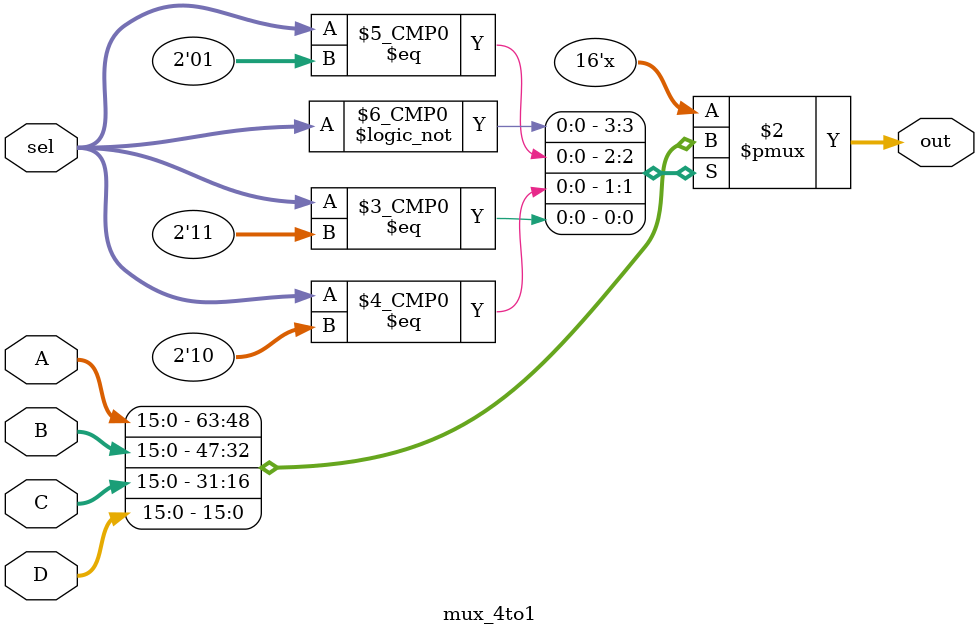
<source format=v>
`timescale 1ns / 1ps


module alu_16bit(A,B,result,opcode,status);

    // Port definitions
    input [15:0] A,B;
    input [1:0] opcode;
    output [15:0] result;
    output [3:0] status; // C, V, Z
    
    parameter add=0, sub=1, mul=2, pow=3;
    
    // Output wires for each operation
    wire C,V,Z,E;
    wire [15:0] add_sub_out;
    wire [15:0] mul_out;
    wire [15:0] pow_out;


    assign Z = (result == 0) ? 1'b1: 1'b0;
    assign status = {C,V,Z,E};
    
    // Addition and subtraction
    add_sub_16bit addsub0(
        .A(A),
        .B(B),
        .S(add_sub_out),
        .M(opcode[0]),
        .C(C),
        .V(V)
    );
    
    // Multiplication
    mul_16bit_lut mul0(
        .A(A[7:0]),
        .B(B[7:0]),
        .P(mul_out)
    );
    
    // Power
    pow_16bit_lut pow0(
        .A(A[7:0]),
        .B(B[7:0]),
        .P(pow_out),
        .E(E)
    );

    // Multiplexer to select operation
    mux_4to1 mux(
        .A(add_sub_out),
        .B(add_sub_out),
        .C(mul_out),
        .D(pow_out),
        .sel(opcode),
        .out(result)
    );
endmodule


module fadder(
    input A,B,Cin,
    output Sum,Cout
    );
    
    wire HA1_sum, HA1_cout, HA2_cout;
    
    and U1(HA1_cout, A, B);  // Cout of first adder
    xor U2(HA1_sum, A,B);    // Sum of first adder
    
    
    and U3(HA2_cout, HA1_sum, Cin); // Cout of second adder
    xor U4(Sum, HA1_sum, Cin);      // Sum of second adder
    
    or  U5(Cout, HA2_cout, HA1_cout);
endmodule

module add_sub_16bit(
    input [15:0] A,
    input [15:0] B,
    input M,
    output [15:0] S,
    output C,V
    );
    
    wire [15:0] BM;     // The B xor M signal
    wire [15:0] Cout;   // Intermediate Cout's for each full-adder result
    
    
    // Implement the 'mode' select M by XORing M with each bit of B
    genvar i;
    generate
        for (i = 0; i < 16; i = i + 1) begin
            xor U0 (BM[i], B[i], M);
        end
    endgenerate


    // Instantiate the first adder
    fadder fa0 (.A(A[0]), .B(BM[0]), .Cin(M), .Sum(S[0]), .Cout(Cout[0]));
    
    // Generate the remaining adders (15 of them)
    genvar j;
    generate
        for (j = 1; j < 16; j = j + 1) begin
            fadder fax (.A(A[j]), .B(BM[j]), .Cin(Cout[j-1]), .Sum(S[j]), .Cout(Cout[j]));
        end
    endgenerate
    
    assign V = Cout[14] ^ Cout[15];
    assign C = Cout[15];
endmodule


// 4x1 MUX with 4-bit inputs
module mux_4to1 (
    input [15:0] A,       // 4-bit input
    input [15:0] B,
    input [15:0] C,
    input [15:0] D,
    input [1:0] sel,     // 2-bit selector
    output reg [15:0] out);

    always @(*) begin
        case (sel)
          2'b00: out <= A;
          2'b01: out <= B;
          2'b10: out <= C;
          2'b11: out <= D;
        endcase
    end
endmodule
</source>
